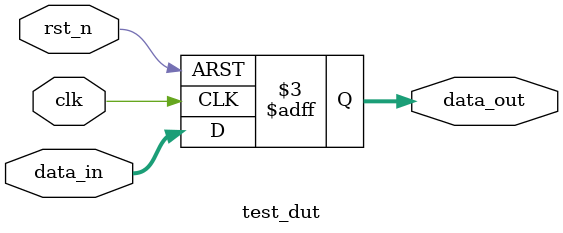
<source format=sv>
module test_dut (
    input logic clk,
    input logic rst_n,
    input logic [7:0] data_in,
    output logic [7:0] data_out
);

    always_ff @(posedge clk or negedge rst_n) begin
        if (!rst_n)
            data_out <= 8'h0;
        else
            data_out <= data_in;
    end

endmodule

</source>
